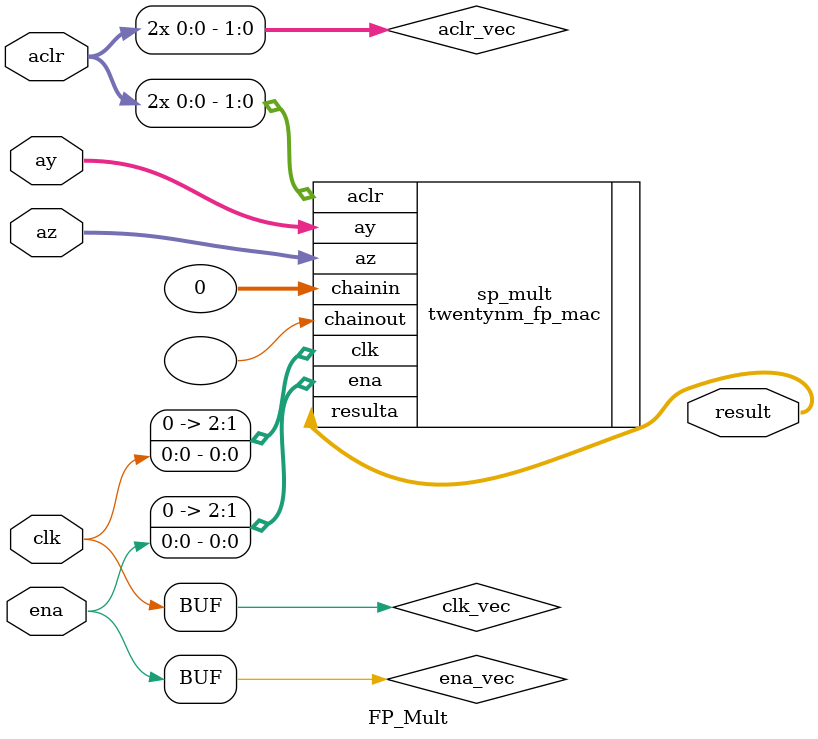
<source format=v>
module FP_Mult(
    input  wire                          clk,
    input  wire                          ena,
    input  wire                          aclr,
    input  wire [31:0]                   ay,
    input  wire [31:0]                   az,
    output wire [31:0]                   result

	);
    wire [1-1:0] clk_vec;
    wire [1-1:0] ena_vec;
    wire [1:0]                   aclr_vec;
    assign clk_vec[0] = clk;
    assign ena_vec[0] = ena;
    assign aclr_vec[1] = aclr;
    assign aclr_vec[0] = aclr;

twentynm_fp_mac  #(
    .ax_clock("NONE"),
    .ay_clock("0"),
    .az_clock("0"),
    .output_clock("0"),
    .accumulate_clock("NONE"),
    .ax_chainin_pl_clock("NONE"),
    .accum_pipeline_clock("NONE"),
    .mult_pipeline_clock("0"),
    .adder_input_clock("0"),
    .accum_adder_clock("NONE"),
    .use_chainin("false"),
    .operation_mode("sp_mult"),
    .adder_subtract("false")
) sp_mult (
    .clk({1'b0,1'b0,clk_vec[0]}),
    .ena({1'b0,1'b0,ena_vec[0]}),
    .aclr(aclr_vec),
    .ay(ay),
    .az(az),

    .chainin(32'b0),
    .resulta(result),
    .chainout()
);
endmodule
</source>
